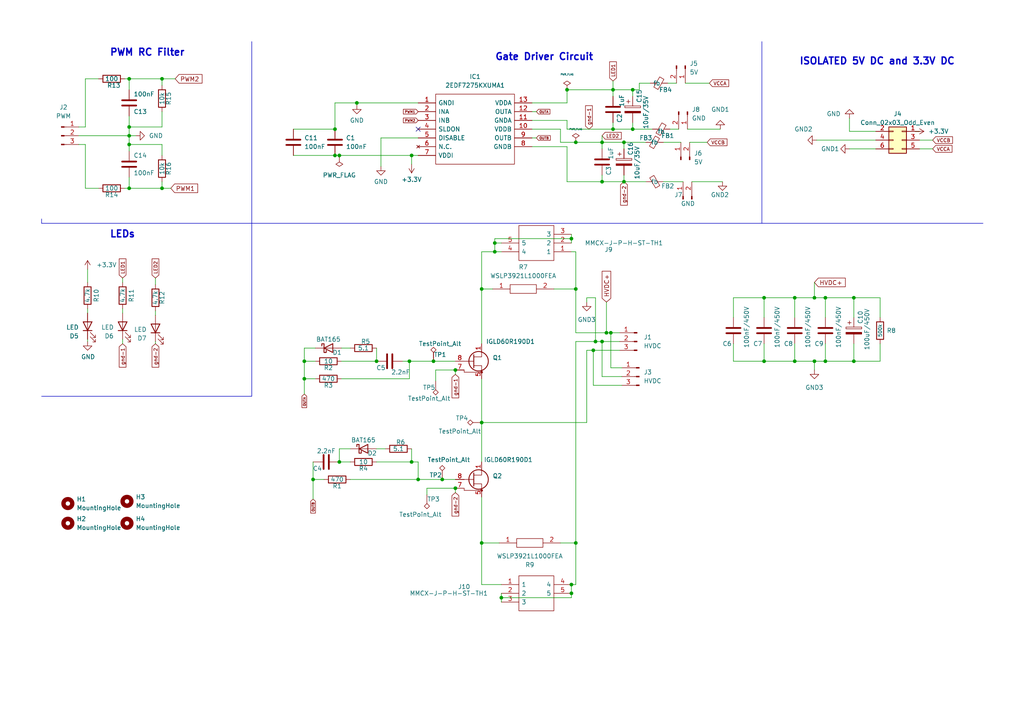
<source format=kicad_sch>
(kicad_sch (version 20230121) (generator eeschema)
  (paper "A4")
  (lib_symbols
    (symbol "2EDF7275KXUMA1:2EDF7275KXUMA1" (pin_names (offset 0.762))
      (property "Reference" "IC" (at 29.21 7.62 0))
      (property "Value" "2EDF7275KXUMA1" (at 29.21 5.08 0))
      (symbol "2EDF7275KXUMA1_0_0"
        (pin passive line (at 0 0 0) (length 5.08) (name "GNDI") (number "1"))
        (pin passive line (at 33.02 -7.62 180) (length 5.08) (name "VDDB") (number "10"))
        (pin passive line (at 33.02 -5.08 180) (length 5.08) (name "GNDA") (number "11"))
        (pin passive line (at 33.02 -2.54 180) (length 5.08) (name "OUTA") (number "12"))
        (pin passive line (at 33.02 0 180) (length 5.08) (name "VDDA") (number "13"))
        (pin passive line (at 0 -2.54 0) (length 5.08) (name "INA") (number "2"))
        (pin passive line (at 0 -5.08 0) (length 5.08) (name "INB") (number "3"))
        (pin passive line (at 0 -7.62 0) (length 5.08) (name "SLDON") (number "4"))
        (pin passive line (at 0 -10.16 0) (length 5.08) (name "DISABLE") (number "5"))
        (pin no_connect line (at 0 -12.7 0) (length 5.08) (name "N.C.") (number "6"))
        (pin passive line (at 0 -15.24 0) (length 5.08) (name "VDDI") (number "7"))
        (pin passive line (at 33.02 -12.7 180) (length 5.08) (name "GNDB") (number "8"))
        (pin passive line (at 33.02 -10.16 180) (length 5.08) (name "OUTB") (number "9"))
      )
      (symbol "2EDF7275KXUMA1_0_1"
        (polyline (pts (xy 5.08 2.54) (xy 27.94 2.54) (xy 27.94 -17.78) (xy 5.08 -17.78) (xy 5.08 2.54)) (stroke (width 0.1524)))
      )
    )
    (symbol "Connector:Conn_01x02_Male" (pin_names (offset 1.016) hide)
      (property "Reference" "J" (at 0 2.54 0))
      (property "Value" "Conn_01x02_Male" (at 0 -5.08 0))
      (symbol "Conn_01x02_Male_1_1"
        (polyline (pts (xy 1.27 -2.54) (xy 0.8636 -2.54)) (stroke (width 0.1524)))
        (polyline (pts (xy 1.27 0) (xy 0.8636 0)) (stroke (width 0.1524)))
        (rectangle (start 0.8636 -2.413) (end 0 -2.667) (stroke (width 0.1524)) (fill (type outline)))
        (rectangle (start 0.8636 0.127) (end 0 -0.127) (stroke (width 0.1524)) (fill (type outline)))
        (pin passive line (at 5.08 0 180) (length 3.81) (name "Pin_1") (number "1"))
        (pin passive line (at 5.08 -2.54 180) (length 3.81) (name "Pin_2") (number "2"))
      )
    )
    (symbol "Connector:Conn_01x03_Male" (pin_names (offset 1.016) hide)
      (property "Reference" "J" (at 0 5.08 0))
      (property "Value" "Conn_01x03_Male" (at 0 -5.08 0))
      (symbol "Conn_01x03_Male_1_1"
        (polyline (pts (xy 1.27 -2.54) (xy 0.8636 -2.54)) (stroke (width 0.1524)))
        (polyline (pts (xy 1.27 0) (xy 0.8636 0)) (stroke (width 0.1524)))
        (polyline (pts (xy 1.27 2.54) (xy 0.8636 2.54)) (stroke (width 0.1524)))
        (rectangle (start 0.8636 -2.413) (end 0 -2.667) (stroke (width 0.1524)) (fill (type outline)))
        (rectangle (start 0.8636 0.127) (end 0 -0.127) (stroke (width 0.1524)) (fill (type outline)))
        (rectangle (start 0.8636 2.667) (end 0 2.413) (stroke (width 0.1524)) (fill (type outline)))
        (pin passive line (at 5.08 2.54 180) (length 3.81) (name "Pin_1") (number "1"))
        (pin passive line (at 5.08 0 180) (length 3.81) (name "Pin_2") (number "2"))
        (pin passive line (at 5.08 -2.54 180) (length 3.81) (name "Pin_3") (number "3"))
      )
    )
    (symbol "Connector:TestPoint_Alt" (pin_numbers hide) (pin_names (offset 0.762) hide)
      (property "Reference" "TP" (at 0 6.858 0))
      (property "Value" "TestPoint_Alt" (at 0 5.08 0))
      (symbol "TestPoint_Alt_0_1"
        (polyline (pts (xy 0 2.54) (xy -0.762 3.302) (xy 0 4.064) (xy 0.762 3.302) (xy 0 2.54)))
      )
      (symbol "TestPoint_Alt_1_1"
        (pin passive line (at 0 0 90) (length 2.54) (name "1") (number "1"))
      )
    )
    (symbol "Connector_Generic:Conn_02x03_Odd_Even" (pin_names (offset 1.016) hide)
      (property "Reference" "J" (at 1.27 5.08 0))
      (property "Value" "Conn_02x03_Odd_Even" (at 1.27 -5.08 0))
      (symbol "Conn_02x03_Odd_Even_1_1"
        (rectangle (start -1.27 -2.413) (end 0 -2.667) (stroke (width 0.1524)))
        (rectangle (start -1.27 0.127) (end 0 -0.127) (stroke (width 0.1524)))
        (rectangle (start -1.27 2.667) (end 0 2.413) (stroke (width 0.1524)))
        (rectangle (start -1.27 3.81) (end 3.81 -3.81) (stroke (width 0.254)) (fill (type background)))
        (rectangle (start 3.81 -2.413) (end 2.54 -2.667) (stroke (width 0.1524)))
        (rectangle (start 3.81 0.127) (end 2.54 -0.127) (stroke (width 0.1524)))
        (rectangle (start 3.81 2.667) (end 2.54 2.413) (stroke (width 0.1524)))
        (pin passive line (at -5.08 2.54 0) (length 3.81) (name "Pin_1") (number "1"))
        (pin passive line (at 7.62 2.54 180) (length 3.81) (name "Pin_2") (number "2"))
        (pin passive line (at -5.08 0 0) (length 3.81) (name "Pin_3") (number "3"))
        (pin passive line (at 7.62 0 180) (length 3.81) (name "Pin_4") (number "4"))
        (pin passive line (at -5.08 -2.54 0) (length 3.81) (name "Pin_5") (number "5"))
        (pin passive line (at 7.62 -2.54 180) (length 3.81) (name "Pin_6") (number "6"))
      )
    )
    (symbol "Device:C" (pin_numbers hide) (pin_names (offset 0.254))
      (property "Reference" "C" (at 0.635 2.54 0))
      (property "Value" "C" (at 0.635 -2.54 0))
      (symbol "C_0_1"
        (polyline (pts (xy -2.032 -0.762) (xy 2.032 -0.762)) (stroke (width 0.508)))
        (polyline (pts (xy -2.032 0.762) (xy 2.032 0.762)) (stroke (width 0.508)))
      )
      (symbol "C_1_1"
        (pin passive line (at 0 3.81 270) (length 2.794) (name "~") (number "1"))
        (pin passive line (at 0 -3.81 90) (length 2.794) (name "~") (number "2"))
      )
    )
    (symbol "Device:C_Polarized" (pin_numbers hide) (pin_names (offset 0.254))
      (property "Reference" "C" (at 0.635 2.54 0))
      (property "Value" "C_Polarized" (at 0.635 -2.54 0))
      (symbol "C_Polarized_0_1"
        (rectangle (start -2.286 0.508) (end 2.286 1.016))
        (polyline (pts (xy -1.778 2.286) (xy -0.762 2.286)))
        (polyline (pts (xy -1.27 2.794) (xy -1.27 1.778)))
        (rectangle (start 2.286 -0.508) (end -2.286 -1.016) (fill (type outline)))
      )
      (symbol "C_Polarized_1_1"
        (pin passive line (at 0 3.81 270) (length 2.794) (name "~") (number "1"))
        (pin passive line (at 0 -3.81 90) (length 2.794) (name "~") (number "2"))
      )
    )
    (symbol "Device:D_Schottky" (pin_numbers hide) (pin_names (offset 1.016) hide)
      (property "Reference" "D" (at 0 2.54 0))
      (property "Value" "D_Schottky" (at 0 -2.54 0))
      (symbol "D_Schottky_0_1"
        (polyline (pts (xy 1.27 0) (xy -1.27 0)))
        (polyline (pts (xy 1.27 1.27) (xy 1.27 -1.27) (xy -1.27 0) (xy 1.27 1.27)) (stroke (width 0.254)))
        (polyline (pts (xy -1.905 0.635) (xy -1.905 1.27) (xy -1.27 1.27) (xy -1.27 -1.27) (xy -0.635 -1.27) (xy -0.635 -0.635)) (stroke (width 0.254)))
      )
      (symbol "D_Schottky_1_1"
        (pin passive line (at -3.81 0 0) (length 2.54) (name "K") (number "1"))
        (pin passive line (at 3.81 0 180) (length 2.54) (name "A") (number "2"))
      )
    )
    (symbol "Device:FerriteBead_Small" (pin_numbers hide) (pin_names (offset 0))
      (property "Reference" "FB" (at 1.905 1.27 0))
      (property "Value" "FerriteBead_Small" (at 1.905 -1.27 0))
      (symbol "FerriteBead_Small_0_1"
        (polyline (pts (xy 0 -1.27) (xy 0 -0.7874)))
        (polyline (pts (xy 0 0.889) (xy 0 1.2954)))
        (polyline (pts (xy -1.8288 0.2794) (xy -1.1176 1.4986) (xy 1.8288 -0.2032) (xy 1.1176 -1.4224) (xy -1.8288 0.2794)))
      )
      (symbol "FerriteBead_Small_1_1"
        (pin passive line (at 0 2.54 270) (length 1.27) (name "~") (number "1"))
        (pin passive line (at 0 -2.54 90) (length 1.27) (name "~") (number "2"))
      )
    )
    (symbol "Device:LED" (pin_numbers hide) (pin_names (offset 1.016) hide)
      (property "Reference" "D" (at 0 2.54 0))
      (property "Value" "LED" (at 0 -2.54 0))
      (symbol "LED_0_1"
        (polyline (pts (xy -1.27 -1.27) (xy -1.27 1.27)) (stroke (width 0.254)))
        (polyline (pts (xy -1.27 0) (xy 1.27 0)))
        (polyline (pts (xy 1.27 -1.27) (xy 1.27 1.27) (xy -1.27 0) (xy 1.27 -1.27)) (stroke (width 0.254)))
        (polyline (pts (xy -3.048 -0.762) (xy -4.572 -2.286) (xy -3.81 -2.286) (xy -4.572 -2.286) (xy -4.572 -1.524)))
        (polyline (pts (xy -1.778 -0.762) (xy -3.302 -2.286) (xy -2.54 -2.286) (xy -3.302 -2.286) (xy -3.302 -1.524)))
      )
      (symbol "LED_1_1"
        (pin passive line (at -3.81 0 0) (length 2.54) (name "K") (number "1"))
        (pin passive line (at 3.81 0 180) (length 2.54) (name "A") (number "2"))
      )
    )
    (symbol "Device:R" (pin_numbers hide) (pin_names (offset 0))
      (property "Reference" "R" (at 2.032 0 90))
      (property "Value" "R" (at 0 0 90))
      (symbol "R_0_1"
        (rectangle (start -1.016 -2.54) (end 1.016 2.54) (stroke (width 0.254)))
      )
      (symbol "R_1_1"
        (pin passive line (at 0 3.81 270) (length 1.27) (name "~") (number "1"))
        (pin passive line (at 0 -3.81 90) (length 1.27) (name "~") (number "2"))
      )
    )
    (symbol "MMCX-J-P-H-ST-TH1:MMCX-J-P-H-ST-TH1" (pin_names (offset 0.762))
      (property "Reference" "J" (at 16.51 7.62 0))
      (property "Value" "MMCX-J-P-H-ST-TH1" (at 16.51 5.08 0))
      (symbol "MMCX-J-P-H-ST-TH1_0_0"
        (pin passive line (at 0 0 0) (length 5.08) (name "1") (number "1"))
        (pin passive line (at 0 -2.54 0) (length 5.08) (name "2") (number "2"))
        (pin passive line (at 0 -5.08 0) (length 5.08) (name "3") (number "3"))
        (pin passive line (at 20.32 0 180) (length 5.08) (name "4") (number "4"))
        (pin passive line (at 20.32 -2.54 180) (length 5.08) (name "5") (number "5"))
      )
      (symbol "MMCX-J-P-H-ST-TH1_0_1"
        (polyline (pts (xy 5.08 2.54) (xy 15.24 2.54) (xy 15.24 -7.62) (xy 5.08 -7.62) (xy 5.08 2.54)) (stroke (width 0.1524)))
      )
    )
    (symbol "Mechanical:MountingHole" (pin_names (offset 1.016))
      (property "Reference" "H" (at 0 5.08 0))
      (property "Value" "MountingHole" (at 0 3.175 0))
      (symbol "MountingHole_0_1"
        (circle (center 0 0) (radius 1.27) (stroke (width 1.27)))
      )
    )
    (symbol "Transistor_FET:IGLD60R190D1" (pin_names (offset 0) hide)
      (property "Reference" "Q" (at 5.08 1.905 0))
      (property "Value" "IGLD60R190D1" (at 5.08 0 0))
      (symbol "IGLD60R190D1_0_1"
        (polyline (pts (xy -2.54 0) (xy 0.254 0)))
        (polyline (pts (xy -2.54 -2.54) (xy -2.54 -3.175) (xy 2.54 -3.175)))
        (polyline (pts (xy 0.254 -1.27) (xy 2.54 -1.27) (xy 2.54 -2.54)))
        (polyline (pts (xy 0.254 1.905) (xy 0.254 -1.905) (xy 0.254 -1.905)) (stroke (width 0.254)))
        (polyline (pts (xy 2.54 2.54) (xy 2.54 1.27) (xy 0.254 1.27)))
        (circle (center 1.651 0) (radius 2.8194) (stroke (width 0.254)))
        (circle (center 2.54 -3.175) (radius 0.2794) (fill (type outline)))
      )
      (symbol "IGLD60R190D1_1_1"
        (pin passive line (at 2.54 5.08 270) (length 2.54) (name "D") (number "1"))
        (pin passive line (at 2.54 5.08 270) (length 2.54) hide (name "D") (number "2"))
        (pin passive line (at 2.54 5.08 270) (length 2.54) hide (name "D") (number "3"))
        (pin passive line (at 2.54 5.08 270) (length 2.54) hide (name "D") (number "4"))
        (pin passive line (at 2.54 -5.08 90) (length 2.54) (name "S") (number "5"))
        (pin passive line (at 2.54 -5.08 90) (length 2.54) hide (name "S") (number "6"))
        (pin passive line (at -5.08 -2.54 0) (length 2.54) (name "SS") (number "7"))
        (pin input line (at -5.08 0 0) (length 2.54) (name "G") (number "8"))
        (pin passive line (at 2.54 -5.08 90) (length 2.54) hide (name "S") (number "9"))
      )
    )
    (symbol "WSLP3921L1000FEA:WSLP3921L1000FEA" (pin_names (offset 0.762))
      (property "Reference" "R" (at 13.97 6.35 0))
      (property "Value" "WSLP3921L1000FEA" (at 13.97 3.81 0))
      (symbol "WSLP3921L1000FEA_0_0"
        (pin passive line (at 0 0 0) (length 5.08) (name "~") (number "1"))
        (pin passive line (at 17.78 0 180) (length 5.08) (name "~") (number "2"))
      )
      (symbol "WSLP3921L1000FEA_0_1"
        (polyline (pts (xy 5.08 1.27) (xy 12.7 1.27) (xy 12.7 -1.27) (xy 5.08 -1.27) (xy 5.08 1.27)) (stroke (width 0.1524)))
      )
    )
    (symbol "power:+3.3V" (power) (pin_names (offset 0))
      (property "Value" "+3.3V" (at 0 3.556 0))
      (symbol "+3.3V_0_1"
        (polyline (pts (xy -0.762 1.27) (xy 0 2.54)))
        (polyline (pts (xy 0 0) (xy 0 2.54)))
        (polyline (pts (xy 0 2.54) (xy 0.762 1.27)))
      )
      (symbol "+3.3V_1_1"
        (pin power_in line (at 0 0 90) (length 0) hide (name "+3.3V") (number "1"))
      )
    )
    (symbol "power:GND" (power) (pin_names (offset 0))
      (property "Value" "GND" (at 0 -3.81 0))
      (symbol "GND_0_1"
        (polyline (pts (xy 0 0) (xy 0 -1.27) (xy 1.27 -1.27) (xy 0 -2.54) (xy -1.27 -1.27) (xy 0 -1.27)))
      )
      (symbol "GND_1_1"
        (pin power_in line (at 0 0 270) (length 0) hide (name "GND") (number "1"))
      )
    )
    (symbol "power:GND1" (power) (pin_names (offset 0))
      (property "Value" "GND1" (at 0 -3.81 0))
      (symbol "GND1_0_1"
        (polyline (pts (xy 0 0) (xy 0 -1.27) (xy 1.27 -1.27) (xy 0 -2.54) (xy -1.27 -1.27) (xy 0 -1.27)))
      )
      (symbol "GND1_1_1"
        (pin power_in line (at 0 0 270) (length 0) hide (name "GND1") (number "1"))
      )
    )
    (symbol "power:GND2" (power) (pin_names (offset 0))
      (property "Value" "GND2" (at 0 -3.81 0))
      (symbol "GND2_0_1"
        (polyline (pts (xy 0 0) (xy 0 -1.27) (xy 1.27 -1.27) (xy 0 -2.54) (xy -1.27 -1.27) (xy 0 -1.27)))
      )
      (symbol "GND2_1_1"
        (pin power_in line (at 0 0 270) (length 0) hide (name "GND2") (number "1"))
      )
    )
    (symbol "power:GND3" (power) (pin_names (offset 0))
      (property "Value" "GND3" (at 0 -3.81 0))
      (symbol "GND3_0_1"
        (polyline (pts (xy 0 0) (xy 0 -1.27) (xy 1.27 -1.27) (xy 0 -2.54) (xy -1.27 -1.27) (xy 0 -1.27)))
      )
      (symbol "GND3_1_1"
        (pin power_in line (at 0 0 270) (length 0) hide (name "GND3") (number "1"))
      )
    )
    (symbol "power:PWR_FLAG" (power) (pin_numbers hide) (pin_names (offset 0) hide)
      (property "Value" "PWR_FLAG" (at 0 3.81 0))
      (symbol "PWR_FLAG_0_0"
        (pin power_out line (at 0 0 90) (length 0) (name "pwr") (number "1"))
      )
      (symbol "PWR_FLAG_0_1"
        (polyline (pts (xy 0 0) (xy 0 1.27) (xy -1.016 1.905) (xy 0 2.54) (xy 1.016 1.905) (xy 0 1.27)))
      )
    )
  )
  (junction (at 183.515 26.035))
  (junction (at 247.65 104.775))
  (junction (at 139.7 83.82))
  (junction (at 37.465 54.61))
  (junction (at 145.415 173.355))
  (junction (at 109.22 104.775))
  (junction (at 177.165 96.52))
  (junction (at 98.425 45.085))
  (junction (at 230.505 104.775))
  (junction (at 177.8 26.035))
  (junction (at 236.22 86.36))
  (junction (at 119.38 45.085))
  (junction (at 119.38 133.985))
  (junction (at 97.155 37.465))
  (junction (at 230.505 86.36))
  (junction (at 180.975 52.705))
  (junction (at 172.72 99.06))
  (junction (at 88.265 104.775))
  (junction (at 37.465 41.91))
  (junction (at 174.625 41.275))
  (junction (at 236.22 104.775))
  (junction (at 97.155 45.085))
  (junction (at 174.625 52.705))
  (junction (at 46.99 22.86))
  (junction (at 175.895 96.52))
  (junction (at 139.7 122.555))
  (junction (at 103.505 29.845))
  (junction (at 90.805 139.065))
  (junction (at 46.99 54.61))
  (junction (at 132.08 141.605))
  (junction (at 132.08 107.315))
  (junction (at 98.425 133.985))
  (junction (at 37.465 36.83))
  (junction (at 165.735 169.545))
  (junction (at 239.395 86.36))
  (junction (at 143.51 73.025))
  (junction (at 143.51 70.485))
  (junction (at 165.735 69.215))
  (junction (at 128.27 139.065))
  (junction (at 139.7 157.48))
  (junction (at 164.465 26.035))
  (junction (at 183.515 37.465))
  (junction (at 118.745 104.775))
  (junction (at 167.005 83.82))
  (junction (at 239.395 104.775))
  (junction (at 172.085 101.6))
  (junction (at 37.465 39.37))
  (junction (at 37.465 22.86))
  (junction (at 174.625 99.06))
  (junction (at 88.265 109.855))
  (junction (at 167.005 157.48))
  (junction (at 121.285 139.065))
  (junction (at 165.735 172.085))
  (junction (at 180.975 41.275))
  (junction (at 125.73 104.775))
  (junction (at 247.65 86.36))
  (junction (at 221.615 104.775))
  (junction (at 221.615 86.36))
  (junction (at 167.005 41.275))
  (junction (at 177.8 37.465))
  (no_connect (at 121.285 37.465))
  (wire (pts (xy 98.425 130.175) (xy 101.6 130.175)))
  (wire (pts (xy 24.765 54.61) (xy 24.765 41.91)))
  (wire (pts (xy 164.465 42.545) (xy 154.305 42.545)))
  (wire (pts (xy 172.085 101.6) (xy 179.705 101.6)))
  (polyline (pts (xy 12.065 114.935) (xy 73.025 114.935)))
  (wire (pts (xy 98.425 45.085) (xy 98.425 45.72)))
  (wire (pts (xy 45.085 90.17) (xy 45.085 91.44)))
  (wire (pts (xy 183.515 35.56) (xy 183.515 37.465)))
  (wire (pts (xy 177.8 27.94) (xy 177.8 26.035)))
  (wire (pts (xy 180.975 41.275) (xy 187.325 41.275)))
  (wire (pts (xy 99.06 104.775) (xy 109.22 104.775)))
  (wire (pts (xy 139.7 109.855) (xy 139.7 122.555)))
  (wire (pts (xy 180.34 106.68) (xy 177.165 106.68)))
  (wire (pts (xy 103.505 30.48) (xy 103.505 29.845)))
  (polyline (pts (xy 220.98 64.77) (xy 285.115 64.77)))
  (wire (pts (xy 266.7 40.64) (xy 270.51 40.64)))
  (wire (pts (xy 143.51 70.485) (xy 143.51 69.215)))
  (wire (pts (xy 143.51 69.215) (xy 165.735 69.215)))
  (wire (pts (xy 236.22 104.775) (xy 236.22 107.315)))
  (wire (pts (xy 154.305 40.005) (xy 155.575 40.005)))
  (wire (pts (xy 192.405 52.705) (xy 198.12 52.705)))
  (wire (pts (xy 239.395 86.36) (xy 236.22 86.36)))
  (wire (pts (xy 24.765 22.86) (xy 28.575 22.86)))
  (wire (pts (xy 165.735 169.545) (xy 167.005 169.545)))
  (wire (pts (xy 164.465 37.465) (xy 164.465 34.925)))
  (wire (pts (xy 192.405 41.275) (xy 197.485 41.275)))
  (wire (pts (xy 132.08 142.875) (xy 132.08 141.605)))
  (wire (pts (xy 177.165 106.68) (xy 177.165 96.52)))
  (polyline (pts (xy 220.98 12.065) (xy 220.98 64.77)))
  (wire (pts (xy 126.365 107.315) (xy 132.08 107.315)))
  (wire (pts (xy 165.735 172.085) (xy 165.735 173.355)))
  (wire (pts (xy 266.7 43.18) (xy 270.51 43.18)))
  (wire (pts (xy 85.09 37.465) (xy 97.155 37.465)))
  (wire (pts (xy 212.725 92.075) (xy 212.725 86.36)))
  (wire (pts (xy 145.415 73.025) (xy 143.51 73.025)))
  (wire (pts (xy 175.895 87.63) (xy 175.895 96.52)))
  (wire (pts (xy 174.625 41.275) (xy 180.975 41.275)))
  (wire (pts (xy 221.615 86.36) (xy 221.615 92.075)))
  (wire (pts (xy 165.735 67.945) (xy 165.735 69.215)))
  (wire (pts (xy 183.515 26.035) (xy 185.42 26.035)))
  (wire (pts (xy 110.49 40.005) (xy 110.49 48.26)))
  (wire (pts (xy 143.51 73.025) (xy 139.7 73.025)))
  (wire (pts (xy 164.465 29.845) (xy 164.465 26.035)))
  (wire (pts (xy 128.27 139.065) (xy 132.08 139.065)))
  (wire (pts (xy 175.895 96.52) (xy 177.165 96.52)))
  (wire (pts (xy 37.465 41.91) (xy 37.465 43.815)))
  (wire (pts (xy 165.735 69.215) (xy 165.735 70.485)))
  (wire (pts (xy 162.56 37.465) (xy 154.305 37.465)))
  (wire (pts (xy 183.515 37.465) (xy 189.23 37.465)))
  (wire (pts (xy 154.305 32.385) (xy 155.575 32.385)))
  (wire (pts (xy 230.505 86.36) (xy 230.505 92.075)))
  (wire (pts (xy 177.8 23.495) (xy 177.8 26.035)))
  (wire (pts (xy 212.725 104.775) (xy 212.725 99.695)))
  (wire (pts (xy 97.155 29.845) (xy 103.505 29.845)))
  (wire (pts (xy 170.18 122.555) (xy 170.18 101.6)))
  (wire (pts (xy 164.465 42.545) (xy 164.465 52.705)))
  (wire (pts (xy 167.005 41.275) (xy 174.625 41.275)))
  (wire (pts (xy 221.615 104.775) (xy 212.725 104.775)))
  (wire (pts (xy 46.99 24.765) (xy 46.99 22.86)))
  (wire (pts (xy 24.765 36.83) (xy 24.765 22.86)))
  (wire (pts (xy 103.505 29.845) (xy 121.285 29.845)))
  (wire (pts (xy 123.825 141.605) (xy 132.08 141.605)))
  (wire (pts (xy 37.465 22.86) (xy 37.465 26.035)))
  (wire (pts (xy 109.22 133.985) (xy 119.38 133.985)))
  (wire (pts (xy 200.66 52.705) (xy 209.55 52.705)))
  (wire (pts (xy 247.65 99.695) (xy 247.65 104.775)))
  (wire (pts (xy 35.56 80.645) (xy 35.56 81.915)))
  (wire (pts (xy 162.56 41.275) (xy 167.005 41.275)))
  (wire (pts (xy 90.805 139.065) (xy 90.805 133.985)))
  (wire (pts (xy 145.415 70.485) (xy 143.51 70.485)))
  (wire (pts (xy 121.285 139.065) (xy 128.27 139.065)))
  (wire (pts (xy 221.615 99.695) (xy 221.615 104.775)))
  (polyline (pts (xy 73.025 64.77) (xy 73.025 114.935)))
  (wire (pts (xy 123.825 143.51) (xy 123.825 141.605)))
  (wire (pts (xy 164.465 37.465) (xy 177.8 37.465)))
  (wire (pts (xy 167.005 157.48) (xy 167.005 169.545)))
  (wire (pts (xy 101.6 133.985) (xy 98.425 133.985)))
  (wire (pts (xy 172.085 111.76) (xy 172.085 101.6)))
  (wire (pts (xy 247.65 86.36) (xy 239.395 86.36)))
  (wire (pts (xy 255.27 86.36) (xy 247.65 86.36)))
  (wire (pts (xy 93.98 139.065) (xy 90.805 139.065)))
  (wire (pts (xy 170.18 86.36) (xy 170.18 87.63)))
  (wire (pts (xy 116.84 104.775) (xy 118.745 104.775)))
  (wire (pts (xy 46.99 45.085) (xy 46.99 41.91)))
  (wire (pts (xy 88.265 114.3) (xy 88.265 109.855)))
  (wire (pts (xy 139.7 122.555) (xy 139.7 133.985)))
  (wire (pts (xy 174.625 50.8) (xy 174.625 52.705)))
  (wire (pts (xy 164.465 26.035) (xy 177.8 26.035)))
  (wire (pts (xy 230.505 99.695) (xy 230.505 104.775)))
  (wire (pts (xy 145.415 173.355) (xy 145.415 174.625)))
  (wire (pts (xy 139.7 73.025) (xy 139.7 83.82)))
  (wire (pts (xy 22.86 36.83) (xy 24.765 36.83)))
  (wire (pts (xy 35.56 99.695) (xy 35.56 98.425)))
  (polyline (pts (xy 220.98 64.77) (xy 73.025 64.77)))
  (wire (pts (xy 37.465 33.655) (xy 37.465 36.83)))
  (wire (pts (xy 22.86 41.91) (xy 24.765 41.91)))
  (wire (pts (xy 247.65 104.775) (xy 255.27 104.775)))
  (wire (pts (xy 99.06 100.965) (xy 101.6 100.965)))
  (wire (pts (xy 118.745 104.775) (xy 125.73 104.775)))
  (wire (pts (xy 199.39 37.465) (xy 208.915 37.465)))
  (wire (pts (xy 119.38 45.085) (xy 119.38 47.625)))
  (wire (pts (xy 162.56 41.275) (xy 162.56 37.465)))
  (wire (pts (xy 25.4 78.105) (xy 25.4 81.915)))
  (wire (pts (xy 180.975 50.8) (xy 180.975 52.705)))
  (wire (pts (xy 36.195 54.61) (xy 37.465 54.61)))
  (wire (pts (xy 46.99 54.61) (xy 37.465 54.61)))
  (wire (pts (xy 139.7 169.545) (xy 139.7 157.48)))
  (wire (pts (xy 91.44 104.775) (xy 88.265 104.775)))
  (wire (pts (xy 164.465 52.705) (xy 174.625 52.705)))
  (wire (pts (xy 46.99 32.385) (xy 46.99 36.83)))
  (wire (pts (xy 174.625 52.705) (xy 180.975 52.705)))
  (wire (pts (xy 126.365 110.49) (xy 126.365 107.315)))
  (wire (pts (xy 160.655 83.82) (xy 167.005 83.82)))
  (wire (pts (xy 46.99 22.86) (xy 37.465 22.86)))
  (wire (pts (xy 139.7 122.555) (xy 170.18 122.555)))
  (wire (pts (xy 22.86 39.37) (xy 37.465 39.37)))
  (wire (pts (xy 37.465 54.61) (xy 37.465 51.435)))
  (wire (pts (xy 165.735 169.545) (xy 165.735 172.085)))
  (wire (pts (xy 90.805 144.78) (xy 90.805 139.065)))
  (wire (pts (xy 85.09 45.085) (xy 97.155 45.085)))
  (wire (pts (xy 172.72 86.36) (xy 172.72 99.06)))
  (wire (pts (xy 119.38 45.085) (xy 121.285 45.085)))
  (wire (pts (xy 198.755 24.13) (xy 205.74 24.13)))
  (wire (pts (xy 266.7 38.1) (xy 265.43 38.1)))
  (wire (pts (xy 145.415 172.085) (xy 145.415 173.355)))
  (wire (pts (xy 109.22 104.775) (xy 109.22 100.965)))
  (wire (pts (xy 139.7 144.145) (xy 139.7 157.48)))
  (polyline (pts (xy 73.025 64.77) (xy 12.065 64.77)))
  (wire (pts (xy 255.27 99.695) (xy 255.27 104.775)))
  (wire (pts (xy 37.465 36.83) (xy 37.465 39.37)))
  (wire (pts (xy 139.7 83.82) (xy 139.7 99.695)))
  (wire (pts (xy 230.505 104.775) (xy 221.615 104.775)))
  (wire (pts (xy 46.99 54.61) (xy 49.53 54.61)))
  (wire (pts (xy 167.005 73.025) (xy 167.005 83.82)))
  (wire (pts (xy 46.99 22.86) (xy 50.8 22.86)))
  (wire (pts (xy 167.005 96.52) (xy 175.895 96.52)))
  (wire (pts (xy 45.085 99.695) (xy 45.085 99.06)))
  (wire (pts (xy 46.99 36.83) (xy 37.465 36.83)))
  (wire (pts (xy 139.7 169.545) (xy 145.415 169.545)))
  (wire (pts (xy 167.005 99.06) (xy 172.72 99.06)))
  (wire (pts (xy 25.4 89.535) (xy 25.4 90.805)))
  (wire (pts (xy 37.465 39.37) (xy 39.37 39.37)))
  (wire (pts (xy 180.975 43.18) (xy 180.975 41.275)))
  (wire (pts (xy 183.515 27.94) (xy 183.515 26.035)))
  (wire (pts (xy 99.06 109.855) (xy 118.745 109.855)))
  (wire (pts (xy 97.155 29.845) (xy 97.155 37.465)))
  (wire (pts (xy 167.005 83.82) (xy 167.005 96.52)))
  (wire (pts (xy 139.7 157.48) (xy 144.78 157.48)))
  (wire (pts (xy 167.005 99.06) (xy 167.005 157.48)))
  (wire (pts (xy 88.265 109.855) (xy 88.265 104.775)))
  (wire (pts (xy 236.855 40.64) (xy 254 40.64)))
  (wire (pts (xy 236.22 104.775) (xy 239.395 104.775)))
  (wire (pts (xy 185.42 24.13) (xy 188.595 24.13)))
  (wire (pts (xy 46.99 41.91) (xy 37.465 41.91)))
  (wire (pts (xy 239.395 99.695) (xy 239.395 104.775)))
  (wire (pts (xy 132.08 108.585) (xy 132.08 107.315)))
  (wire (pts (xy 119.38 133.985) (xy 119.38 130.175)))
  (wire (pts (xy 125.73 104.775) (xy 132.08 104.775)))
  (wire (pts (xy 91.44 109.855) (xy 88.265 109.855)))
  (wire (pts (xy 174.625 41.275) (xy 174.625 43.18)))
  (wire (pts (xy 121.285 139.065) (xy 121.285 133.985)))
  (wire (pts (xy 185.42 24.13) (xy 185.42 26.035)))
  (wire (pts (xy 28.575 54.61) (xy 24.765 54.61)))
  (wire (pts (xy 180.975 52.705) (xy 187.325 52.705)))
  (wire (pts (xy 255.27 92.075) (xy 255.27 86.36)))
  (wire (pts (xy 247.65 86.36) (xy 247.65 92.075)))
  (wire (pts (xy 246.38 43.18) (xy 254 43.18)))
  (wire (pts (xy 46.99 52.705) (xy 46.99 54.61)))
  (wire (pts (xy 98.425 133.985) (xy 98.425 130.175)))
  (wire (pts (xy 164.465 34.925) (xy 154.305 34.925)))
  (wire (pts (xy 194.31 37.465) (xy 196.85 37.465)))
  (wire (pts (xy 177.165 96.52) (xy 179.705 96.52)))
  (wire (pts (xy 239.395 86.36) (xy 239.395 92.075)))
  (wire (pts (xy 37.465 41.91) (xy 37.465 39.37)))
  (wire (pts (xy 236.22 81.915) (xy 236.22 86.36)))
  (wire (pts (xy 172.72 99.06) (xy 174.625 99.06)))
  (wire (pts (xy 246.38 38.1) (xy 254 38.1)))
  (wire (pts (xy 180.34 109.22) (xy 174.625 109.22)))
  (wire (pts (xy 236.22 86.36) (xy 230.505 86.36)))
  (wire (pts (xy 25.4 99.06) (xy 25.4 98.425)))
  (wire (pts (xy 35.56 89.535) (xy 35.56 90.805)))
  (wire (pts (xy 212.725 86.36) (xy 221.615 86.36)))
  (wire (pts (xy 36.195 22.86) (xy 37.465 22.86)))
  (wire (pts (xy 88.265 100.965) (xy 91.44 100.965)))
  (wire (pts (xy 177.8 26.035) (xy 183.515 26.035)))
  (wire (pts (xy 121.285 133.985) (xy 119.38 133.985)))
  (wire (pts (xy 230.505 104.775) (xy 236.22 104.775)))
  (wire (pts (xy 246.38 34.29) (xy 246.38 38.1)))
  (wire (pts (xy 172.72 86.36) (xy 170.18 86.36)))
  (wire (pts (xy 174.625 99.06) (xy 179.705 99.06)))
  (polyline (pts (xy 12.065 63.5) (xy 12.065 64.77)))
  (wire (pts (xy 110.49 40.005) (xy 121.285 40.005)))
  (wire (pts (xy 118.745 109.855) (xy 118.745 104.775)))
  (wire (pts (xy 165.735 173.355) (xy 145.415 173.355)))
  (wire (pts (xy 180.34 111.76) (xy 172.085 111.76)))
  (wire (pts (xy 109.22 130.175) (xy 111.76 130.175)))
  (wire (pts (xy 205.105 41.275) (xy 200.025 41.275)))
  (wire (pts (xy 177.8 35.56) (xy 177.8 37.465)))
  (wire (pts (xy 174.625 109.22) (xy 174.625 99.06)))
  (wire (pts (xy 143.51 70.485) (xy 143.51 73.025)))
  (wire (pts (xy 177.8 37.465) (xy 183.515 37.465)))
  (wire (pts (xy 98.425 45.085) (xy 119.38 45.085)))
  (wire (pts (xy 165.735 73.025) (xy 167.005 73.025)))
  (wire (pts (xy 162.56 157.48) (xy 167.005 157.48)))
  (wire (pts (xy 174.625 39.37) (xy 174.625 41.275)))
  (polyline (pts (xy 73.025 12.065) (xy 73.025 64.77)))
  (wire (pts (xy 101.6 139.065) (xy 121.285 139.065)))
  (wire (pts (xy 239.395 104.775) (xy 247.65 104.775)))
  (wire (pts (xy 230.505 86.36) (xy 221.615 86.36)))
  (wire (pts (xy 88.265 104.775) (xy 88.265 100.965)))
  (wire (pts (xy 139.7 83.82) (xy 142.875 83.82)))
  (wire (pts (xy 154.305 29.845) (xy 164.465 29.845)))
  (wire (pts (xy 170.18 101.6) (xy 172.085 101.6)))
  (wire (pts (xy 97.155 45.085) (xy 98.425 45.085)))
  (wire (pts (xy 193.675 24.13) (xy 196.215 24.13)))
  (wire (pts (xy 45.085 80.645) (xy 45.085 82.55)))
  (text "LEDs" (at 31.75 69.215 0) (effects (font (size 2 2) (thickness 0.4) bold) (justify left bottom)))
  (text "ISOLATED 5V DC and 3.3V DC" (at 231.775 19.05 0) (effects (font (size 2 2) (thickness 0.4) bold) (justify left bottom)))
  (text "PWM RC Filter" (at 31.75 16.51 0) (effects (font (size 2 2) (thickness 0.4) bold) (justify left bottom)))
  (text "Gate Driver Circuit" (at 143.51 17.78 0) (effects (font (size 2 2) (thickness 0.4) bold) (justify left bottom)))
  (global_label "VCCA" (shape input) (at 270.51 43.18 0) (effects (font (size 1 1))) (property "Intersheetrefs" "${INTERSHEET_REFS}" (effects hide)))
  (global_label "HVDC+" (shape input) (at 175.895 87.63 90) (property "Intersheetrefs" "${INTERSHEET_REFS}" (effects hide)))
  (global_label "LED1" (shape input) (at 177.8 23.495 90) (effects (font (size 1 1))) (property "Intersheetrefs" "${INTERSHEET_REFS}" (effects hide)))
  (global_label "VCCB" (shape input) (at 270.51 40.64 0) (effects (font (size 1 1))) (property "Intersheetrefs" "${INTERSHEET_REFS}" (effects hide)))
  (global_label "PWM1" (shape input) (at 49.53 54.61 0) (property "Intersheetrefs" "${INTERSHEET_REFS}" (effects hide)))
  (global_label "PWM2" (shape input) (at 50.8 22.86 0) (property "Intersheetrefs" "${INTERSHEET_REFS}" (effects hide)))
  (global_label "PWM2" (shape input) (at 121.285 34.925 180) (effects (font (size 0.7 0.7))) (property "Intersheetrefs" "${INTERSHEET_REFS}" (effects hide)))
  (global_label "gnd-1" (shape input) (at 170.815 37.465 90) (effects (font (size 1 1))) (property "Intersheetrefs" "${INTERSHEET_REFS}" (effects hide)))
  (global_label "OUTB" (shape input) (at 155.575 40.005 0) (effects (font (size 0.7 0.7))) (property "Intersheetrefs" "${INTERSHEET_REFS}" (effects hide)))
  (global_label "gnd-2" (shape input) (at 45.085 99.695 270) (effects (font (size 1 1))) (property "Intersheetrefs" "${INTERSHEET_REFS}" (effects hide)))
  (global_label "VCCA" (shape input) (at 205.74 24.13 0) (effects (font (size 1 1))) (property "Intersheetrefs" "${INTERSHEET_REFS}" (effects hide)))
  (global_label "LED2" (shape input) (at 174.625 39.37 0) (effects (font (size 1 1))) (property "Intersheetrefs" "${INTERSHEET_REFS}" (effects hide)))
  (global_label "LED2" (shape input) (at 45.085 80.645 90) (effects (font (size 1 1))) (property "Intersheetrefs" "${INTERSHEET_REFS}" (effects hide)))
  (global_label "OUTA" (shape input) (at 88.265 114.3 270) (effects (font (size 0.7 0.7))) (property "Intersheetrefs" "${INTERSHEET_REFS}" (effects hide)))
  (global_label "gnd-2" (shape input) (at 180.975 52.705 270) (effects (font (size 1 1))) (property "Intersheetrefs" "${INTERSHEET_REFS}" (effects hide)))
  (global_label "OUTB" (shape input) (at 90.805 144.78 270) (effects (font (size 0.7 0.7))) (property "Intersheetrefs" "${INTERSHEET_REFS}" (effects hide)))
  (global_label "LED1" (shape input) (at 35.56 80.645 90) (effects (font (size 1 1))) (property "Intersheetrefs" "${INTERSHEET_REFS}" (effects hide)))
  (global_label "OUTA" (shape input) (at 155.575 32.385 0) (effects (font (size 0.7 0.7))) (property "Intersheetrefs" "${INTERSHEET_REFS}" (effects hide)))
  (global_label "gnd-2" (shape input) (at 132.08 142.875 270) (effects (font (size 1 1))) (property "Intersheetrefs" "${INTERSHEET_REFS}" (effects hide)))
  (global_label "gnd-1" (shape input) (at 132.08 108.585 270) (effects (font (size 1 1))) (property "Intersheetrefs" "${INTERSHEET_REFS}" (effects hide)))
  (global_label "VCCB" (shape input) (at 205.105 41.275 0) (effects (font (size 1 1))) (property "Intersheetrefs" "${INTERSHEET_REFS}" (effects hide)))
  (global_label "HVDC+" (shape input) (at 236.22 81.915 0) (property "Intersheetrefs" "${INTERSHEET_REFS}" (effects hide)))
  (global_label "PWM1" (shape input) (at 121.285 32.385 180) (effects (font (size 0.7 0.7))) (property "Intersheetrefs" "${INTERSHEET_REFS}" (effects hide)))
  (global_label "gnd-1" (shape input) (at 35.56 99.695 270) (effects (font (size 1 1))) (property "Intersheetrefs" "${INTERSHEET_REFS}" (effects hide)))
  (symbol (lib_id "Device:FerriteBead_Small") (at 189.865 52.705 270) (mirror x) (unit 1)
    (property "Reference" "FB2" (at 193.675 53.975 90))
    (property "Value" "fb" (at 189.865 52.705 90))
    (property "Footprint" "Resistor_SMD:R_0805_2012Metric" (effects hide))
  )
  (symbol (lib_id "Connector:Conn_01x03_Male") (at 185.42 109.22 0) (mirror y) (unit 1)
    (property "Reference" "J3" (at 186.69 107.9499 0) (effects (justify right)))
    (property "Value" "HVDC" (at 186.69 110.4899 0) (effects (justify right)))
    (property "Footprint" "Connector_Molex:Molex_KK-396_A-41791-0003_1x03_P3.96mm_Vertical" (effects hide))
  )
  (symbol (lib_id "power:GND2") (at 236.855 40.64 270) (mirror x) (unit 1)
    (property "Reference" "#PWR05" (effects hide))
    (property "Value" "GND2" (at 233.045 37.465 90))
  )
  (symbol (lib_id "Device:R") (at 95.25 109.855 90) (unit 1)
    (property "Reference" "R3" (at 95.25 111.76 90))
    (property "Value" "470" (at 95.25 109.855 90))
    (property "Footprint" "Resistor_SMD:R_0805_2012Metric" (effects hide))
  )
  (symbol (lib_id "power:PWR_FLAG") (at 164.465 26.035 0) (unit 1)
    (property "Reference" "#FLG0102" (effects hide))
    (property "Value" "PWR_FLAG" (at 164.465 21.59 0) (effects (font (size 0.5 0.5))))
  )
  (symbol (lib_id "MMCX-J-P-H-ST-TH1:MMCX-J-P-H-ST-TH1") (at 145.415 169.545 0) (unit 1)
    (property "Reference" "J10" (at 134.62 170.18 0))
    (property "Value" "MMCX-J-P-H-ST-TH1" (at 130.175 172.085 0))
    (property "Footprint" "MMCX-J-P-H-ST-TH1:MMCXJPHSTTH1" (effects hide))
    (property "Datasheet" "http://suddendocs.samtec.com/prints/mmcx-j-p-x-st-th1-mkt.pdf" (effects hide))
    (property "Description" "Samtec 50 Straight Through Hole MMCX Connector, jack, Solder Termination, 0  6GHz, Coaxial" (effects hide))
    (property "Height" "4.35" (effects hide))
    (property "Mouser Part Number" "200-MMCXJPHSTTH1" (effects hide))
    (property "Mouser Price/Stock" "https://www.mouser.co.uk/ProductDetail/Samtec/MMCX-J-P-H-ST-TH1?qs=jyzYFa4oMQgZ1Ln0Y5MuTQ%3D%3D" (effects hide))
    (property "Manufacturer_Name" "SAMTEC" (effects hide))
    (property "Manufacturer_Part_Number" "MMCX-J-P-H-ST-TH1" (effects hide))
  )
  (symbol (lib_id "Connector:Conn_01x02_Male") (at 198.755 19.05 270) (unit 1)
    (property "Reference" "J5" (at 200.025 18.4149 90) (effects (justify left)))
    (property "Value" "5V" (at 200.025 20.9549 90) (effects (justify left)))
    (property "Footprint" "Connector_PinHeader_2.54mm:PinHeader_1x02_P2.54mm_Vertical" (effects hide))
  )
  (symbol (lib_id "power:PWR_FLAG") (at 98.425 45.72 180) (unit 1)
    (property "Reference" "#FLG01" (effects hide))
    (property "Value" "PWR_FLAG" (at 98.425 50.8 0))
  )
  (symbol (lib_id "Device:R") (at 45.085 86.36 180) (unit 1)
    (property "Reference" "R12" (at 46.99 86.36 90))
    (property "Value" "4.7k" (at 45.085 86.36 90))
    (property "Footprint" "Resistor_SMD:R_0805_2012Metric" (effects hide))
  )
  (symbol (lib_id "Device:R") (at 97.79 139.065 90) (unit 1)
    (property "Reference" "R1" (at 97.79 140.97 90))
    (property "Value" "470" (at 97.79 139.065 90))
    (property "Footprint" "Resistor_SMD:R_0805_2012Metric" (effects hide))
  )
  (symbol (lib_id "power:GND") (at 110.49 48.26 0) (unit 1)
    (property "Reference" "#PWR0101" (effects hide))
    (property "Value" "GND" (at 110.49 52.705 0))
  )
  (symbol (lib_id "power:GND") (at 246.38 34.29 180) (unit 1)
    (property "Reference" "#PWR08" (effects hide))
    (property "Value" "GND" (at 243.84 33.0201 0) (effects (justify left)))
  )
  (symbol (lib_id "Device:C") (at 230.505 95.885 0) (unit 1)
    (property "Reference" "C8" (at 227.33 99.695 0) (effects (justify left)))
    (property "Value" "100nF/450V" (at 234.315 100.965 90) (effects (justify left)))
    (property "Footprint" "Capacitor_SMD:C_1206_3216Metric" (effects hide))
  )
  (symbol (lib_id "Device:C_Polarized") (at 247.65 95.885 0) (unit 1)
    (property "Reference" "C10" (at 249.555 93.98 90) (effects (justify left)))
    (property "Value" "100uF/450V" (at 251.46 101.6 90) (effects (justify left)))
    (property "Footprint" "EKXL451ELL101MM30S:CAPPRD750W80D1825H3200" (effects hide))
  )
  (symbol (lib_id "Connector:Conn_01x02_Male") (at 197.485 46.355 90) (unit 1)
    (property "Reference" "J6" (at 201.295 44.4499 90) (effects (justify right)))
    (property "Value" "5V" (at 201.295 46.9899 90) (effects (justify right)))
    (property "Footprint" "Connector_PinHeader_2.54mm:PinHeader_1x02_P2.54mm_Vertical" (effects hide))
  )
  (symbol (lib_id "Device:C") (at 239.395 95.885 0) (unit 1)
    (property "Reference" "C9" (at 236.22 99.695 0) (effects (justify left)))
    (property "Value" "100nF/450V" (at 243.205 100.965 90) (effects (justify left)))
    (property "Footprint" "Capacitor_SMD:C_1206_3216Metric" (effects hide))
  )
  (symbol (lib_id "Device:R") (at 35.56 85.725 180) (unit 1)
    (property "Reference" "R11" (at 38.1 85.725 90))
    (property "Value" "4.7k" (at 35.56 85.725 90))
    (property "Footprint" "Resistor_SMD:R_0805_2012Metric" (effects hide))
  )
  (symbol (lib_id "Device:LED") (at 35.56 94.615 90) (unit 1)
    (property "Reference" "D6" (at 33.02 97.4726 90) (effects (justify left)))
    (property "Value" "LED" (at 33.02 94.9326 90) (effects (justify left)))
    (property "Footprint" "LED_SMD:LED_0805_2012Metric" (effects hide))
  )
  (symbol (lib_id "Device:C") (at 177.8 31.75 180) (unit 1)
    (property "Reference" "C2" (at 179.705 34.29 90))
    (property "Value" "1uF" (at 180.34 29.21 90))
    (property "Footprint" "Capacitor_SMD:C_0805_2012Metric" (effects hide))
  )
  (symbol (lib_id "power:+3.3V") (at 25.4 78.105 0) (unit 1)
    (property "Reference" "#PWR0108" (effects hide))
    (property "Value" "+3.3V" (at 27.94 76.8349 0) (effects (justify left)))
  )
  (symbol (lib_id "Device:FerriteBead_Small") (at 189.865 41.275 90) (unit 1)
    (property "Reference" "FB3" (at 187.325 40.005 90))
    (property "Value" "fb" (at 189.865 41.275 90))
    (property "Footprint" "Resistor_SMD:R_0805_2012Metric" (effects hide))
  )
  (symbol (lib_id "Connector:Conn_01x03_Male") (at 17.78 39.37 0) (unit 1)
    (property "Reference" "J2" (at 18.415 31.115 0))
    (property "Value" "PWM" (at 18.415 33.655 0))
    (property "Footprint" "Connector_Molex:Molex_KK-254_AE-6410-03A_1x03_P2.54mm_Vertical" (effects hide))
  )
  (symbol (lib_id "Device:C") (at 113.03 104.775 90) (unit 1)
    (property "Reference" "C5" (at 110.49 106.68 90))
    (property "Value" "2.2nF" (at 116.205 107.95 90))
    (property "Footprint" "Capacitor_SMD:C_0805_2012Metric" (effects hide))
  )
  (symbol (lib_id "Connector:Conn_01x02_Male") (at 199.39 32.385 270) (unit 1)
    (property "Reference" "J8" (at 200.66 31.7499 90) (effects (justify left)))
    (property "Value" "GND" (at 200.66 34.2899 90) (effects (justify left)))
    (property "Footprint" "Connector_PinHeader_2.54mm:PinHeader_1x02_P2.54mm_Vertical" (effects hide))
  )
  (symbol (lib_id "Device:R") (at 255.27 95.885 0) (unit 1)
    (property "Reference" "R8" (at 257.175 95.885 0) (effects (justify left)))
    (property "Value" "500k" (at 255.27 97.79 90) (effects (font (size 1 1)) (justify left)))
    (property "Footprint" "Resistor_SMD:R_0805_2012Metric" (effects hide))
  )
  (symbol (lib_id "power:GND1") (at 246.38 43.18 270) (mirror x) (unit 1)
    (property "Reference" "#PWR04" (effects hide))
    (property "Value" "GND1" (at 238.125 43.18 90) (effects (justify left)))
  )
  (symbol (lib_id "Device:C") (at 94.615 133.985 90) (unit 1)
    (property "Reference" "C4" (at 92.075 135.89 90))
    (property "Value" "2.2nF" (at 94.615 130.81 90))
    (property "Footprint" "Capacitor_SMD:C_0805_2012Metric" (effects hide))
  )
  (symbol (lib_id "Device:C") (at 37.465 29.845 0) (mirror x) (unit 1)
    (property "Reference" "C13" (at 38.735 32.385 0) (effects (justify left)))
    (property "Value" "100nF" (at 38.735 27.305 0) (effects (justify left)))
    (property "Footprint" "Capacitor_SMD:C_0805_2012Metric" (effects hide))
  )
  (symbol (lib_id "power:GND3") (at 170.18 87.63 0) (unit 1)
    (property "Reference" "#PWR06" (effects hide))
    (property "Value" "GND3" (at 170.18 92.71 0))
  )
  (symbol (lib_id "Device:R") (at 46.99 48.895 180) (unit 1)
    (property "Reference" "R16" (at 48.895 48.895 90))
    (property "Value" "10k" (at 46.99 48.895 90))
    (property "Footprint" "Resistor_SMD:R_0805_2012Metric" (effects hide))
  )
  (symbol (lib_id "Connector:TestPoint_Alt") (at 139.7 122.555 90) (unit 1)
    (property "Reference" "TP4" (at 133.985 121.285 90))
    (property "Value" "TestPoint_Alt" (at 133.35 125.095 90))
    (property "Footprint" "TestPoint:TestPoint_Keystone_5000-5004_Miniature" (effects hide))
  )
  (symbol (lib_id "Device:R") (at 46.99 28.575 0) (mirror y) (unit 1)
    (property "Reference" "R15" (at 48.895 28.575 90))
    (property "Value" "10k" (at 46.99 28.575 90))
    (property "Footprint" "Resistor_SMD:R_0805_2012Metric" (effects hide))
  )
  (symbol (lib_id "Device:C_Polarized") (at 180.975 46.99 0) (unit 1)
    (property "Reference" "C16" (at 182.88 45.085 90) (effects (justify left)))
    (property "Value" "10uF/35V" (at 184.785 52.07 90) (effects (justify left)))
    (property "Footprint" "Capacitor_SMD:CP_Elec_5x5.3" (effects hide))
  )
  (symbol (lib_id "MMCX-J-P-H-ST-TH1:MMCX-J-P-H-ST-TH1") (at 165.735 73.025 180) (unit 1)
    (property "Reference" "J9" (at 176.53 72.39 0))
    (property "Value" "MMCX-J-P-H-ST-TH1" (at 180.975 70.485 0))
    (property "Footprint" "MMCX-J-P-H-ST-TH1:MMCXJPHSTTH1" (effects hide))
    (property "Datasheet" "http://suddendocs.samtec.com/prints/mmcx-j-p-x-st-th1-mkt.pdf" (effects hide))
    (property "Description" "Samtec 50 Straight Through Hole MMCX Connector, jack, Solder Termination, 0  6GHz, Coaxial" (effects hide))
    (property "Height" "4.35" (effects hide))
    (property "Mouser Part Number" "200-MMCXJPHSTTH1" (effects hide))
    (property "Mouser Price/Stock" "https://www.mouser.co.uk/ProductDetail/Samtec/MMCX-J-P-H-ST-TH1?qs=jyzYFa4oMQgZ1Ln0Y5MuTQ%3D%3D" (effects hide))
    (property "Manufacturer_Name" "SAMTEC" (effects hide))
    (property "Manufacturer_Part_Number" "MMCX-J-P-H-ST-TH1" (effects hide))
  )
  (symbol (lib_id "Connector_Generic:Conn_02x03_Odd_Even") (at 261.62 40.64 0) (mirror y) (unit 1)
    (property "Reference" "J4" (at 260.35 33.02 0))
    (property "Value" "Conn_02x03_Odd_Even" (at 260.35 35.56 0))
    (property "Footprint" "Connector_PinSocket_2.54mm:PinSocket_2x03_P2.54mm_Horizontal" (effects hide))
  )
  (symbol (lib_id "Connector:TestPoint_Alt") (at 123.825 143.51 180) (unit 1)
    (property "Reference" "TP3" (at 125.73 144.78 0))
    (property "Value" "TestPoint_Alt" (at 121.92 149.225 0))
    (property "Footprint" "TestPoint:TestPoint_Keystone_5000-5004_Miniature" (effects hide))
  )
  (symbol (lib_id "Device:R") (at 105.41 100.965 90) (unit 1)
    (property "Reference" "R5" (at 106.045 99.06 90))
    (property "Value" "5.1" (at 105.41 100.965 90))
    (property "Footprint" "Resistor_SMD:R_0805_2012Metric" (effects hide))
  )
  (symbol (lib_id "Device:C") (at 37.465 47.625 0) (unit 1)
    (property "Reference" "C14" (at 38.735 45.085 0) (effects (justify left)))
    (property "Value" "100nF" (at 38.735 50.165 0) (effects (justify left)))
    (property "Footprint" "Capacitor_SMD:C_0805_2012Metric" (effects hide))
  )
  (symbol (lib_id "Device:C") (at 221.615 95.885 0) (unit 1)
    (property "Reference" "C7" (at 218.44 99.695 0) (effects (justify left)))
    (property "Value" "100nF/450V" (at 225.425 100.965 90) (effects (justify left)))
    (property "Footprint" "Capacitor_SMD:C_1206_3216Metric" (effects hide))
  )
  (symbol (lib_id "WSLP3921L1000FEA:WSLP3921L1000FEA") (at 144.78 157.48 0) (mirror x) (unit 1)
    (property "Reference" "R9" (at 153.67 163.83 0))
    (property "Value" "WSLP3921L1000FEA" (at 153.67 161.29 0))
    (property "Footprint" "footprint:RESC10052X50N" (effects hide))
    (property "Datasheet" "https://datasheet.datasheetarchive.com/originals/distributors/Datasheets_SAMA/cd369b67f640568f5c60fc944b86acf3.pdf" (effects hide))
    (property "Description" "Current Sense Resistors - SMD 9W 0.0001ohm 1%" (effects hide))
    (property "Height" "0.5" (effects hide))
    (property "Manufacturer_Name" "Vishay" (effects hide))
    (property "Manufacturer_Part_Number" "WSLP3921L1000FEA" (effects hide))
    (property "Mouser Part Number" "71-WSLP3921L1000FEA" (effects hide))
    (property "Mouser Price/Stock" "https://www.mouser.co.uk/ProductDetail/Vishay-Dale/WSLP3921L1000FEA?qs=TiOZkKH1s2S5b3T%252BuIp%2FVQ%3D%3D" (effects hide))
  )
  (symbol (lib_id "Mechanical:MountingHole") (at 36.83 151.765 0) (unit 1)
    (property "Reference" "H4" (at 39.37 150.4949 0) (effects (justify left)))
    (property "Value" "MountingHole" (at 39.37 153.0349 0) (effects (justify left)))
    (property "Footprint" "MountingHole:MountingHole_3.2mm_M3" (effects hide))
  )
  (symbol (lib_id "Device:R") (at 25.4 85.725 180) (unit 1)
    (property "Reference" "R10" (at 27.94 85.725 90))
    (property "Value" "4.7k" (at 25.4 85.725 90))
    (property "Footprint" "Resistor_SMD:R_0805_2012Metric" (effects hide))
  )
  (symbol (lib_id "Transistor_FET:IGLD60R190D1") (at 137.16 104.775 0) (unit 1)
    (property "Reference" "Q1" (at 142.875 103.7589 0) (effects (justify left)))
    (property "Value" "IGLD60R190D1" (at 140.97 99.06 0) (effects (justify left)))
    (property "Footprint" "Package_SON:Infineon_PG-LSON-8-1" (effects hide))
    (property "Datasheet" "https://www.infineon.com/dgdl/Infineon-IGLD60R190D1-DataSheet-v02_00-EN.pdf?fileId=5546d46269e1c019016a6d78ff5e2aba" (effects hide))
  )
  (symbol (lib_id "Device:C") (at 212.725 95.885 0) (unit 1)
    (property "Reference" "C6" (at 209.55 99.695 0) (effects (justify left)))
    (property "Value" "100nF/450V" (at 216.535 100.965 90) (effects (justify left)))
    (property "Footprint" "Capacitor_SMD:C_1206_3216Metric" (effects hide))
  )
  (symbol (lib_id "WSLP3921L1000FEA:WSLP3921L1000FEA") (at 142.875 83.82 0) (unit 1)
    (property "Reference" "R7" (at 151.765 77.47 0))
    (property "Value" "WSLP3921L1000FEA" (at 151.765 80.01 0))
    (property "Footprint" "footprint:RESC10052X50N" (effects hide))
    (property "Datasheet" "https://datasheet.datasheetarchive.com/originals/distributors/Datasheets_SAMA/cd369b67f640568f5c60fc944b86acf3.pdf" (effects hide))
    (property "Description" "Current Sense Resistors - SMD 9W 0.0001ohm 1%" (effects hide))
    (property "Height" "0.5" (effects hide))
    (property "Manufacturer_Name" "Vishay" (effects hide))
    (property "Manufacturer_Part_Number" "WSLP3921L1000FEA" (effects hide))
    (property "Mouser Part Number" "71-WSLP3921L1000FEA" (effects hide))
    (property "Mouser Price/Stock" "https://www.mouser.co.uk/ProductDetail/Vishay-Dale/WSLP3921L1000FEA?qs=TiOZkKH1s2S5b3T%252BuIp%2FVQ%3D%3D" (effects hide))
  )
  (symbol (lib_id "Mechanical:MountingHole") (at 19.685 151.765 0) (unit 1)
    (property "Reference" "H2" (at 22.225 150.4949 0) (effects (justify left)))
    (property "Value" "MountingHole" (at 22.225 153.0349 0) (effects (justify left)))
    (property "Footprint" "MountingHole:MountingHole_3.2mm_M3" (effects hide))
  )
  (symbol (lib_id "Mechanical:MountingHole") (at 36.83 145.415 0) (unit 1)
    (property "Reference" "H3" (at 39.37 144.1449 0) (effects (justify left)))
    (property "Value" "MountingHole" (at 39.37 146.6849 0) (effects (justify left)))
    (property "Footprint" "MountingHole:MountingHole_3.2mm_M3" (effects hide))
  )
  (symbol (lib_id "power:GND") (at 103.505 30.48 0) (unit 1)
    (property "Reference" "#PWR0102" (effects hide))
    (property "Value" "GND" (at 103.505 34.925 0))
  )
  (symbol (lib_id "power:GND") (at 25.4 99.06 0) (unit 1)
    (property "Reference" "#PWR0105" (effects hide))
    (property "Value" "GND" (at 23.495 103.505 0) (effects (justify left)))
  )
  (symbol (lib_id "Device:R") (at 32.385 22.86 90) (mirror x) (unit 1)
    (property "Reference" "R13" (at 33.02 24.765 90))
    (property "Value" "100" (at 32.385 22.86 90))
    (property "Footprint" "Resistor_SMD:R_0805_2012Metric" (effects hide))
  )
  (symbol (lib_id "Connector:Conn_01x03_Male") (at 184.785 99.06 0) (mirror y) (unit 1)
    (property "Reference" "J1" (at 186.69 97.7899 0) (effects (justify right)))
    (property "Value" "HVDC" (at 186.69 100.3299 0) (effects (justify right)))
    (property "Footprint" "Connector_Molex:Molex_KK-396_A-41791-0003_1x03_P3.96mm_Vertical" (effects hide))
  )
  (symbol (lib_id "Mechanical:MountingHole") (at 19.685 146.05 0) (unit 1)
    (property "Reference" "H1" (at 22.225 144.7799 0) (effects (justify left)))
    (property "Value" "MountingHole" (at 22.225 147.3199 0) (effects (justify left)))
    (property "Footprint" "MountingHole:MountingHole_3.2mm_M3" (effects hide))
  )
  (symbol (lib_id "power:+3.3V") (at 119.38 47.625 180) (unit 1)
    (property "Reference" "#PWR01" (effects hide))
    (property "Value" "+3.3V" (at 119.38 52.07 0))
  )
  (symbol (lib_id "Device:C") (at 174.625 46.99 180) (unit 1)
    (property "Reference" "C3" (at 176.53 49.53 90))
    (property "Value" "1uF" (at 177.165 44.45 90))
    (property "Footprint" "Capacitor_SMD:C_0805_2012Metric" (effects hide))
  )
  (symbol (lib_id "2EDF7275KXUMA1:2EDF7275KXUMA1") (at 121.285 29.845 0) (unit 1)
    (property "Reference" "IC1" (at 137.795 22.225 0))
    (property "Value" "2EDF7275KXUMA1" (at 137.795 24.765 0))
    (property "Footprint" "2EDF7275K:TFLGA65P500X500X106-14_13N-V" (effects hide))
    (property "Datasheet" "https://www.infineon.com/dgdl/Infineon-2EDS8265H-DS-v02_00-EN.pdf?fileId=5546d462636cc8fb0163b09037983063" (effects hide))
    (property "Description" "Gate Drivers DRIVER IC" (effects hide))
    (property "Height" "1.06" (effects hide))
    (property "Mouser Part Number" "726-2EDF7275KXUMA1" (effects hide))
    (property "Mouser Price/Stock" "https://www.mouser.co.uk/ProductDetail/Infineon-Technologies/2EDF7275KXUMA1?qs=55YtniHzbhBLW9Urmtkx1g%3D%3D" (effects hide))
    (property "Manufacturer_Name" "Infineon" (effects hide))
    (property "Manufacturer_Part_Number" "2EDF7275KXUMA1" (effects hide))
  )
  (symbol (lib_id "power:GND1") (at 208.915 37.465 180) (unit 1)
    (property "Reference" "#PWR02" (effects hide))
    (property "Value" "GND1" (at 208.915 31.75 0))
  )
  (symbol (lib_id "Device:FerriteBead_Small") (at 191.77 37.465 90) (unit 1)
    (property "Reference" "FB1" (at 193.675 39.37 90))
    (property "Value" "fb" (at 191.77 38.1 90))
    (property "Footprint" "Resistor_SMD:R_0805_2012Metric" (effects hide))
  )
  (symbol (lib_id "Device:C") (at 85.09 41.275 0) (unit 1)
    (property "Reference" "C11" (at 88.265 40.0049 0) (effects (justify left)))
    (property "Value" "100nF" (at 88.265 42.5449 0) (effects (justify left)))
    (property "Footprint" "Capacitor_SMD:C_0805_2012Metric" (effects hide))
  )
  (symbol (lib_id "Device:R") (at 32.385 54.61 90) (unit 1)
    (property "Reference" "R14" (at 32.385 56.515 90))
    (property "Value" "100" (at 32.385 54.61 90))
    (property "Footprint" "Resistor_SMD:R_0805_2012Metric" (effects hide))
  )
  (symbol (lib_id "Device:D_Schottky") (at 105.41 130.175 0) (unit 1)
    (property "Reference" "D2" (at 107.95 131.445 0))
    (property "Value" "BAT165" (at 105.41 127.635 0))
    (property "Footprint" "Diode_SMD:D_SOD-323" (effects hide))
  )
  (symbol (lib_id "Device:R") (at 95.25 104.775 90) (unit 1)
    (property "Reference" "R2" (at 95.25 106.68 90))
    (property "Value" "10" (at 95.25 104.775 90))
    (property "Footprint" "Resistor_SMD:R_0805_2012Metric" (effects hide))
  )
  (symbol (lib_id "Device:C_Polarized") (at 183.515 31.75 0) (unit 1)
    (property "Reference" "C15" (at 185.42 29.845 90) (effects (justify left)))
    (property "Value" "10uF/35V" (at 187.325 37.465 90) (effects (justify left)))
    (property "Footprint" "Capacitor_SMD:CP_Elec_5x5.3" (effects hide))
  )
  (symbol (lib_id "Device:D_Schottky") (at 95.25 100.965 0) (unit 1)
    (property "Reference" "D1" (at 97.79 102.235 0))
    (property "Value" "BAT165" (at 95.25 98.425 0))
    (property "Footprint" "Diode_SMD:D_SOD-323" (effects hide))
  )
  (symbol (lib_id "power:PWR_FLAG") (at 167.005 41.275 0) (unit 1)
    (property "Reference" "#FLG0101" (effects hide))
    (property "Value" "PWR_FLAG" (at 167.005 37.465 0) (effects (font (size 0.5 0.5))))
  )
  (symbol (lib_id "Device:R") (at 115.57 130.175 90) (unit 1)
    (property "Reference" "R6" (at 116.205 128.27 90))
    (property "Value" "5.1" (at 115.57 130.175 90))
    (property "Footprint" "Resistor_SMD:R_0805_2012Metric" (effects hide))
  )
  (symbol (lib_id "Connector:TestPoint_Alt") (at 128.27 139.065 0) (unit 1)
    (property "Reference" "TP2" (at 126.365 137.795 0))
    (property "Value" "TestPoint_Alt" (at 130.175 133.35 0))
    (property "Footprint" "TestPoint:TestPoint_Keystone_5000-5004_Miniature" (effects hide))
  )
  (symbol (lib_id "Device:FerriteBead_Small") (at 191.135 24.13 90) (unit 1)
    (property "Reference" "FB4" (at 193.04 26.035 90))
    (property "Value" "fb" (at 190.5 24.13 90))
    (property "Footprint" "Resistor_SMD:R_0805_2012Metric" (effects hide))
  )
  (symbol (lib_id "Connector:TestPoint_Alt") (at 126.365 110.49 180) (unit 1)
    (property "Reference" "TP5" (at 124.46 112.395 0))
    (property "Value" "TestPoint_Alt" (at 124.46 115.57 0))
    (property "Footprint" "TestPoint:TestPoint_Keystone_5000-5004_Miniature" (effects hide))
  )
  (symbol (lib_id "Device:R") (at 105.41 133.985 90) (unit 1)
    (property "Reference" "R4" (at 105.41 135.89 90))
    (property "Value" "10" (at 105.41 133.985 90))
    (property "Footprint" "Resistor_SMD:R_0805_2012Metric" (effects hide))
  )
  (symbol (lib_id "power:GND") (at 39.37 39.37 90) (unit 1)
    (property "Reference" "#PWR0104" (effects hide))
    (property "Value" "GND" (at 43.18 39.3699 90) (effects (justify right)))
  )
  (symbol (lib_id "Device:LED") (at 25.4 94.615 90) (unit 1)
    (property "Reference" "D5" (at 22.86 97.4726 90) (effects (justify left)))
    (property "Value" "LED" (at 22.86 94.9326 90) (effects (justify left)))
    (property "Footprint" "LED_SMD:LED_0805_2012Metric" (effects hide))
  )
  (symbol (lib_id "Connector:TestPoint_Alt") (at 125.73 104.775 0) (unit 1)
    (property "Reference" "TP1" (at 127.635 102.87 0))
    (property "Value" "TestPoint_Alt" (at 127.635 99.695 0))
    (property "Footprint" "TestPoint:TestPoint_Keystone_5000-5004_Miniature" (effects hide))
  )
  (symbol (lib_id "power:GND2") (at 209.55 52.705 0) (unit 1)
    (property "Reference" "#PWR03" (effects hide))
    (property "Value" "GND2" (at 211.455 56.515 0) (effects (justify right)))
  )
  (symbol (lib_id "Transistor_FET:IGLD60R190D1") (at 137.16 139.065 0) (unit 1)
    (property "Reference" "Q2" (at 142.875 138.0489 0) (effects (justify left)))
    (property "Value" "IGLD60R190D1" (at 140.335 133.35 0) (effects (justify left)))
    (property "Footprint" "Package_SON:Infineon_PG-LSON-8-1" (effects hide))
    (property "Datasheet" "https://www.infineon.com/dgdl/Infineon-IGLD60R190D1-DataSheet-v02_00-EN.pdf?fileId=5546d46269e1c019016a6d78ff5e2aba" (effects hide))
  )
  (symbol (lib_id "Device:C") (at 97.155 41.275 0) (unit 1)
    (property "Reference" "C1" (at 100.33 40.0049 0) (effects (justify left)))
    (property "Value" "100nF" (at 100.33 42.5449 0) (effects (justify left)))
    (property "Footprint" "Capacitor_SMD:C_0805_2012Metric" (effects hide))
  )
  (symbol (lib_id "Connector:Conn_01x02_Male") (at 198.12 57.785 90) (unit 1)
    (property "Reference" "J7" (at 195.58 56.515 90) (effects (justify right)))
    (property "Value" "GND" (at 197.485 59.055 90) (effects (justify right)))
    (property "Footprint" "Connector_PinHeader_2.54mm:PinHeader_1x02_P2.54mm_Vertical" (effects hide))
  )
  (symbol (lib_id "power:+3.3V") (at 265.43 38.1 270) (unit 1)
    (property "Reference" "#PWR07" (effects hide))
    (property "Value" "+3.3V" (at 269.24 38.0999 90) (effects (justify left)))
  )
  (symbol (lib_id "power:GND3") (at 236.22 107.315 0) (unit 1)
    (property "Reference" "#PWR09" (effects hide))
    (property "Value" "GND3" (at 236.22 112.395 0))
  )
  (symbol (lib_id "Device:LED") (at 45.085 95.25 90) (unit 1)
    (property "Reference" "D7" (at 42.545 98.1076 90) (effects (justify left)))
    (property "Value" "LED" (at 42.545 95.5676 90) (effects (justify left)))
    (property "Footprint" "LED_SMD:LED_0805_2012Metric" (effects hide))
  )
)
</source>
